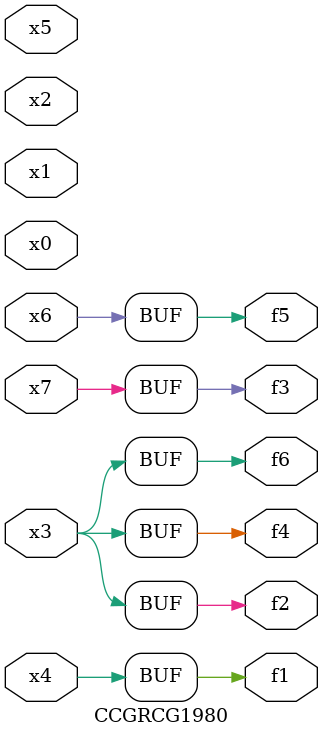
<source format=v>
module CCGRCG1980(
	input x0, x1, x2, x3, x4, x5, x6, x7,
	output f1, f2, f3, f4, f5, f6
);
	assign f1 = x4;
	assign f2 = x3;
	assign f3 = x7;
	assign f4 = x3;
	assign f5 = x6;
	assign f6 = x3;
endmodule

</source>
